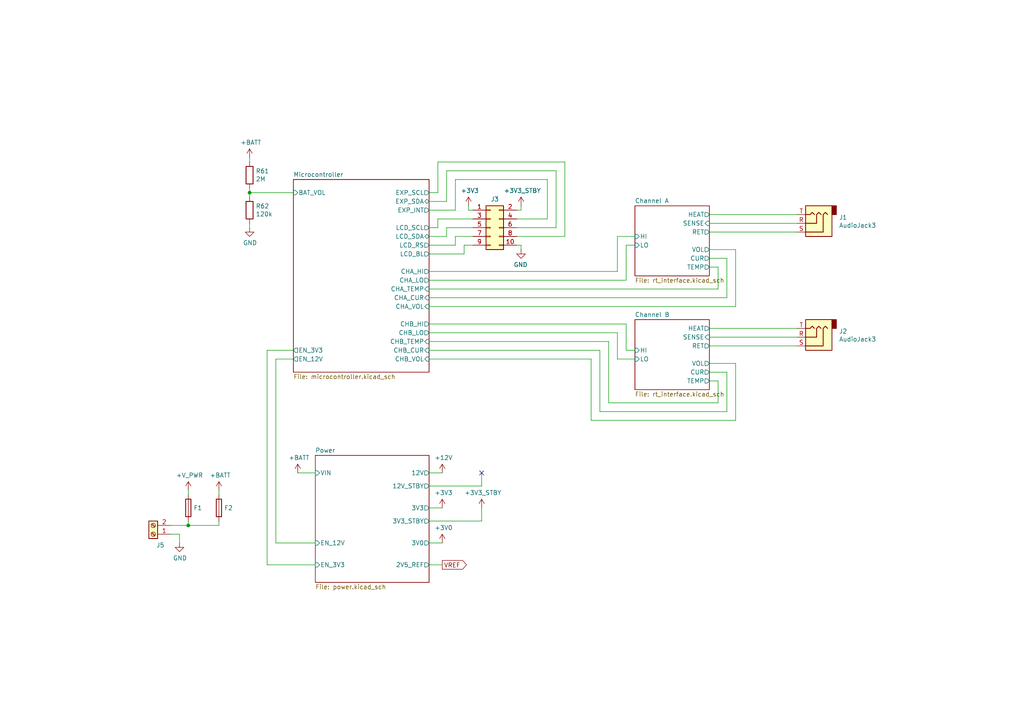
<source format=kicad_sch>
(kicad_sch (version 20211123) (generator eeschema)
  (paper "A4")
  (lib_symbols
    (symbol "Connector:AudioJack3"
      (property "Reference" "J" (at 0 8.89 0))
      (property "Value" "AudioJack3" (at 0 6.35 0))
      (symbol "AudioJack3_0_1"
        (rectangle (start -5.08 -5.08) (end -6.35 -2.54) (stroke (width 0.254)) (fill (type outline)))
        (polyline (pts (xy 0 -2.54) (xy 0.635 -3.175) (xy 1.27 -2.54) (xy 2.54 -2.54)) (stroke (width 0.254)))
        (polyline (pts (xy -1.905 -2.54) (xy -1.27 -3.175) (xy -0.635 -2.54) (xy -0.635 0) (xy 2.54 0)) (stroke (width 0.254)))
        (polyline (pts (xy 2.54 2.54) (xy -2.54 2.54) (xy -2.54 -2.54) (xy -3.175 -3.175) (xy -3.81 -2.54)) (stroke (width 0.254)))
        (rectangle (start 2.54 3.81) (end -5.08 -5.08) (stroke (width 0.254)) (fill (type background)))
      )
      (symbol "AudioJack3_1_1"
        (pin passive line (at 5.08 0 180) (length 2.54) (name "~") (number "R"))
        (pin passive line (at 5.08 2.54 180) (length 2.54) (name "~") (number "S"))
        (pin passive line (at 5.08 -2.54 180) (length 2.54) (name "~") (number "T"))
      )
    )
    (symbol "Connector:Screw_Terminal_01x02" (pin_names (offset 1.016) hide)
      (property "Reference" "J" (at 0 2.54 0))
      (property "Value" "Screw_Terminal_01x02" (at 0 -5.08 0))
      (symbol "Screw_Terminal_01x02_1_1"
        (rectangle (start -1.27 1.27) (end 1.27 -3.81) (stroke (width 0.254)) (fill (type background)))
        (circle (center 0 -2.54) (radius 0.635) (stroke (width 0.1524)))
        (polyline (pts (xy -0.5334 -2.2098) (xy 0.3302 -3.048)) (stroke (width 0.1524)))
        (polyline (pts (xy -0.5334 0.3302) (xy 0.3302 -0.508)) (stroke (width 0.1524)))
        (polyline (pts (xy -0.3556 -2.032) (xy 0.508 -2.8702)) (stroke (width 0.1524)))
        (polyline (pts (xy -0.3556 0.508) (xy 0.508 -0.3302)) (stroke (width 0.1524)))
        (circle (center 0 0) (radius 0.635) (stroke (width 0.1524)))
        (pin passive line (at -5.08 0 0) (length 3.81) (name "Pin_1") (number "1"))
        (pin passive line (at -5.08 -2.54 0) (length 3.81) (name "Pin_2") (number "2"))
      )
    )
    (symbol "Connector_Generic:Conn_02x05_Odd_Even" (pin_names (offset 1.016) hide)
      (property "Reference" "J" (at 1.27 7.62 0))
      (property "Value" "Conn_02x05_Odd_Even" (at 1.27 -7.62 0))
      (symbol "Conn_02x05_Odd_Even_1_1"
        (rectangle (start -1.27 -4.953) (end 0 -5.207) (stroke (width 0.1524)))
        (rectangle (start -1.27 -2.413) (end 0 -2.667) (stroke (width 0.1524)))
        (rectangle (start -1.27 0.127) (end 0 -0.127) (stroke (width 0.1524)))
        (rectangle (start -1.27 2.667) (end 0 2.413) (stroke (width 0.1524)))
        (rectangle (start -1.27 5.207) (end 0 4.953) (stroke (width 0.1524)))
        (rectangle (start -1.27 6.35) (end 3.81 -6.35) (stroke (width 0.254)) (fill (type background)))
        (rectangle (start 3.81 -4.953) (end 2.54 -5.207) (stroke (width 0.1524)))
        (rectangle (start 3.81 -2.413) (end 2.54 -2.667) (stroke (width 0.1524)))
        (rectangle (start 3.81 0.127) (end 2.54 -0.127) (stroke (width 0.1524)))
        (rectangle (start 3.81 2.667) (end 2.54 2.413) (stroke (width 0.1524)))
        (rectangle (start 3.81 5.207) (end 2.54 4.953) (stroke (width 0.1524)))
        (pin passive line (at -5.08 5.08 0) (length 3.81) (name "Pin_1") (number "1"))
        (pin passive line (at 7.62 -5.08 180) (length 3.81) (name "Pin_10") (number "10"))
        (pin passive line (at 7.62 5.08 180) (length 3.81) (name "Pin_2") (number "2"))
        (pin passive line (at -5.08 2.54 0) (length 3.81) (name "Pin_3") (number "3"))
        (pin passive line (at 7.62 2.54 180) (length 3.81) (name "Pin_4") (number "4"))
        (pin passive line (at -5.08 0 0) (length 3.81) (name "Pin_5") (number "5"))
        (pin passive line (at 7.62 0 180) (length 3.81) (name "Pin_6") (number "6"))
        (pin passive line (at -5.08 -2.54 0) (length 3.81) (name "Pin_7") (number "7"))
        (pin passive line (at 7.62 -2.54 180) (length 3.81) (name "Pin_8") (number "8"))
        (pin passive line (at -5.08 -5.08 0) (length 3.81) (name "Pin_9") (number "9"))
      )
    )
    (symbol "Device:Fuse" (pin_numbers hide) (pin_names (offset 0))
      (property "Reference" "F" (at 2.032 0 90))
      (property "Value" "Fuse" (at -1.905 0 90))
      (symbol "Fuse_0_1"
        (rectangle (start -0.762 -2.54) (end 0.762 2.54) (stroke (width 0.254)))
        (polyline (pts (xy 0 2.54) (xy 0 -2.54)))
      )
      (symbol "Fuse_1_1"
        (pin passive line (at 0 3.81 270) (length 1.27) (name "~") (number "1"))
        (pin passive line (at 0 -3.81 90) (length 1.27) (name "~") (number "2"))
      )
    )
    (symbol "Device:R" (pin_numbers hide) (pin_names (offset 0))
      (property "Reference" "R" (at 2.032 0 90))
      (property "Value" "R" (at 0 0 90))
      (symbol "R_0_1"
        (rectangle (start -1.016 -2.54) (end 1.016 2.54) (stroke (width 0.254)))
      )
      (symbol "R_1_1"
        (pin passive line (at 0 3.81 270) (length 1.27) (name "~") (number "1"))
        (pin passive line (at 0 -3.81 90) (length 1.27) (name "~") (number "2"))
      )
    )
    (symbol "Station:+3V3_STBY" (power) (pin_names (offset 0))
      (property "Value" "+3V3_STBY" (at 0 3.556 0))
      (symbol "+3V3_STBY_0_1"
        (polyline (pts (xy -0.762 1.27) (xy 0 2.54)))
        (polyline (pts (xy 0 0) (xy 0 2.54)))
        (polyline (pts (xy 0 2.54) (xy 0.762 1.27)))
      )
      (symbol "+3V3_STBY_1_1"
        (pin power_in line (at 0 0 90) (length 0) hide (name "+3V3_STBY") (number "1"))
      )
    )
    (symbol "Station:+V_PWR" (power) (pin_names (offset 0))
      (property "Value" "+V_PWR" (at 0 3.556 0))
      (symbol "+V_PWR_0_1"
        (polyline (pts (xy -0.762 1.27) (xy 0 2.54)))
        (polyline (pts (xy 0 0) (xy 0 2.54)))
        (polyline (pts (xy 0 2.54) (xy 0.762 1.27)))
      )
      (symbol "+V_PWR_1_1"
        (pin power_in line (at 0 0 90) (length 0) hide (name "+V_PWR") (number "1"))
      )
    )
    (symbol "power:+12V" (power) (pin_names (offset 0))
      (property "Value" "+12V" (at 0 3.556 0))
      (symbol "+12V_0_1"
        (polyline (pts (xy -0.762 1.27) (xy 0 2.54)))
        (polyline (pts (xy 0 0) (xy 0 2.54)))
        (polyline (pts (xy 0 2.54) (xy 0.762 1.27)))
      )
      (symbol "+12V_1_1"
        (pin power_in line (at 0 0 90) (length 0) hide (name "+12V") (number "1"))
      )
    )
    (symbol "power:+3V0" (power) (pin_names (offset 0))
      (property "Value" "+3V0" (at 0 3.556 0))
      (symbol "+3V0_0_1"
        (polyline (pts (xy -0.762 1.27) (xy 0 2.54)))
        (polyline (pts (xy 0 0) (xy 0 2.54)))
        (polyline (pts (xy 0 2.54) (xy 0.762 1.27)))
      )
      (symbol "+3V0_1_1"
        (pin power_in line (at 0 0 90) (length 0) hide (name "+3V0") (number "1"))
      )
    )
    (symbol "power:+3V3" (power) (pin_names (offset 0))
      (property "Value" "+3V3" (at 0 3.556 0))
      (symbol "+3V3_0_1"
        (polyline (pts (xy -0.762 1.27) (xy 0 2.54)))
        (polyline (pts (xy 0 0) (xy 0 2.54)))
        (polyline (pts (xy 0 2.54) (xy 0.762 1.27)))
      )
      (symbol "+3V3_1_1"
        (pin power_in line (at 0 0 90) (length 0) hide (name "+3V3") (number "1"))
      )
    )
    (symbol "power:+BATT" (power) (pin_names (offset 0))
      (property "Value" "+BATT" (at 0 3.556 0))
      (symbol "+BATT_0_1"
        (polyline (pts (xy -0.762 1.27) (xy 0 2.54)))
        (polyline (pts (xy 0 0) (xy 0 2.54)))
        (polyline (pts (xy 0 2.54) (xy 0.762 1.27)))
      )
      (symbol "+BATT_1_1"
        (pin power_in line (at 0 0 90) (length 0) hide (name "+BATT") (number "1"))
      )
    )
    (symbol "power:GND" (power) (pin_names (offset 0))
      (property "Value" "GND" (at 0 -3.81 0))
      (symbol "GND_0_1"
        (polyline (pts (xy 0 0) (xy 0 -1.27) (xy 1.27 -1.27) (xy 0 -2.54) (xy -1.27 -1.27) (xy 0 -1.27)))
      )
      (symbol "GND_1_1"
        (pin power_in line (at 0 0 270) (length 0) hide (name "GND") (number "1"))
      )
    )
  )
  (junction (at 72.39 55.88))
  (junction (at 54.61 152.4))
  (no_connect (at 139.7 137.16))
  (wire (pts (xy 149.86 66.04) (xy 161.29 66.04)))
  (wire (pts (xy 127 46.99) (xy 163.83 46.99)))
  (wire (pts (xy 134.62 73.66) (xy 124.46 73.66)))
  (wire (pts (xy 132.08 68.58) (xy 137.16 68.58)))
  (wire (pts (xy 124.46 101.6) (xy 173.99 101.6)))
  (wire (pts (xy 179.07 68.58) (xy 184.15 68.58)))
  (wire (pts (xy 129.54 66.04) (xy 129.54 68.58)))
  (wire (pts (xy 151.13 71.12) (xy 151.13 72.39)))
  (wire (pts (xy 176.53 116.84) (xy 208.28 116.84)))
  (wire (pts (xy 85.09 104.14) (xy 80.01 104.14)))
  (wire (pts (xy 124.46 140.97) (xy 139.7 140.97)))
  (wire (pts (xy 149.86 71.12) (xy 151.13 71.12)))
  (wire (pts (xy 213.36 121.92) (xy 171.45 121.92)))
  (wire (pts (xy 77.47 163.83) (xy 91.44 163.83)))
  (wire (pts (xy 124.46 78.74) (xy 179.07 78.74)))
  (wire (pts (xy 127 63.5) (xy 127 66.04)))
  (wire (pts (xy 85.09 101.6) (xy 77.47 101.6)))
  (wire (pts (xy 72.39 55.88) (xy 72.39 57.15)))
  (wire (pts (xy 52.07 154.94) (xy 52.07 157.48)))
  (wire (pts (xy 205.74 97.79) (xy 231.14 97.79)))
  (wire (pts (xy 163.83 68.58) (xy 149.86 68.58)))
  (wire (pts (xy 124.46 55.88) (xy 127 55.88)))
  (wire (pts (xy 205.74 100.33) (xy 231.14 100.33)))
  (wire (pts (xy 132.08 71.12) (xy 132.08 68.58)))
  (wire (pts (xy 173.99 119.38) (xy 210.82 119.38)))
  (wire (pts (xy 213.36 88.9) (xy 213.36 72.39)))
  (wire (pts (xy 205.74 67.31) (xy 231.14 67.31)))
  (wire (pts (xy 181.61 81.28) (xy 181.61 71.12)))
  (wire (pts (xy 210.82 74.93) (xy 210.82 86.36)))
  (wire (pts (xy 124.46 99.06) (xy 176.53 99.06)))
  (wire (pts (xy 54.61 142.24) (xy 54.61 143.51)))
  (wire (pts (xy 135.89 60.96) (xy 135.89 59.69)))
  (wire (pts (xy 54.61 152.4) (xy 63.5 152.4)))
  (wire (pts (xy 49.53 154.94) (xy 52.07 154.94)))
  (wire (pts (xy 63.5 152.4) (xy 63.5 151.13)))
  (wire (pts (xy 181.61 71.12) (xy 184.15 71.12)))
  (wire (pts (xy 129.54 49.53) (xy 161.29 49.53)))
  (wire (pts (xy 124.46 60.96) (xy 132.08 60.96)))
  (wire (pts (xy 208.28 110.49) (xy 205.74 110.49)))
  (wire (pts (xy 163.83 46.99) (xy 163.83 68.58)))
  (wire (pts (xy 149.86 60.96) (xy 151.13 60.96)))
  (wire (pts (xy 137.16 66.04) (xy 129.54 66.04)))
  (wire (pts (xy 129.54 68.58) (xy 124.46 68.58)))
  (wire (pts (xy 205.74 105.41) (xy 213.36 105.41)))
  (wire (pts (xy 139.7 151.13) (xy 139.7 147.32)))
  (wire (pts (xy 49.53 152.4) (xy 54.61 152.4)))
  (wire (pts (xy 171.45 121.92) (xy 171.45 104.14)))
  (wire (pts (xy 80.01 157.48) (xy 91.44 157.48)))
  (wire (pts (xy 124.46 147.32) (xy 128.27 147.32)))
  (wire (pts (xy 63.5 142.24) (xy 63.5 143.51)))
  (wire (pts (xy 72.39 54.61) (xy 72.39 55.88)))
  (wire (pts (xy 137.16 60.96) (xy 135.89 60.96)))
  (wire (pts (xy 124.46 71.12) (xy 132.08 71.12)))
  (wire (pts (xy 124.46 96.52) (xy 179.07 96.52)))
  (wire (pts (xy 124.46 93.98) (xy 181.61 93.98)))
  (wire (pts (xy 205.74 74.93) (xy 210.82 74.93)))
  (wire (pts (xy 124.46 83.82) (xy 208.28 83.82)))
  (wire (pts (xy 213.36 105.41) (xy 213.36 121.92)))
  (wire (pts (xy 179.07 68.58) (xy 179.07 78.74)))
  (wire (pts (xy 171.45 104.14) (xy 124.46 104.14)))
  (wire (pts (xy 151.13 60.96) (xy 151.13 59.69)))
  (wire (pts (xy 179.07 104.14) (xy 184.15 104.14)))
  (wire (pts (xy 137.16 63.5) (xy 127 63.5)))
  (wire (pts (xy 205.74 64.77) (xy 231.14 64.77)))
  (wire (pts (xy 205.74 95.25) (xy 231.14 95.25)))
  (wire (pts (xy 80.01 104.14) (xy 80.01 157.48)))
  (wire (pts (xy 208.28 77.47) (xy 205.74 77.47)))
  (wire (pts (xy 158.75 52.07) (xy 158.75 63.5)))
  (wire (pts (xy 124.46 88.9) (xy 213.36 88.9)))
  (wire (pts (xy 213.36 72.39) (xy 205.74 72.39)))
  (wire (pts (xy 124.46 151.13) (xy 139.7 151.13)))
  (wire (pts (xy 124.46 81.28) (xy 181.61 81.28)))
  (wire (pts (xy 124.46 137.16) (xy 128.27 137.16)))
  (wire (pts (xy 132.08 52.07) (xy 158.75 52.07)))
  (wire (pts (xy 77.47 101.6) (xy 77.47 163.83)))
  (wire (pts (xy 134.62 71.12) (xy 134.62 73.66)))
  (wire (pts (xy 124.46 58.42) (xy 129.54 58.42)))
  (wire (pts (xy 137.16 71.12) (xy 134.62 71.12)))
  (wire (pts (xy 124.46 86.36) (xy 210.82 86.36)))
  (wire (pts (xy 205.74 62.23) (xy 231.14 62.23)))
  (wire (pts (xy 208.28 116.84) (xy 208.28 110.49)))
  (wire (pts (xy 72.39 64.77) (xy 72.39 66.04)))
  (wire (pts (xy 173.99 101.6) (xy 173.99 119.38)))
  (wire (pts (xy 132.08 60.96) (xy 132.08 52.07)))
  (wire (pts (xy 210.82 119.38) (xy 210.82 107.95)))
  (wire (pts (xy 86.36 137.16) (xy 91.44 137.16)))
  (wire (pts (xy 210.82 107.95) (xy 205.74 107.95)))
  (wire (pts (xy 124.46 157.48) (xy 128.27 157.48)))
  (wire (pts (xy 139.7 140.97) (xy 139.7 137.16)))
  (wire (pts (xy 161.29 49.53) (xy 161.29 66.04)))
  (wire (pts (xy 208.28 83.82) (xy 208.28 77.47)))
  (wire (pts (xy 158.75 63.5) (xy 149.86 63.5)))
  (wire (pts (xy 176.53 99.06) (xy 176.53 116.84)))
  (wire (pts (xy 72.39 55.88) (xy 85.09 55.88)))
  (wire (pts (xy 54.61 152.4) (xy 54.61 151.13)))
  (wire (pts (xy 181.61 93.98) (xy 181.61 101.6)))
  (wire (pts (xy 72.39 45.72) (xy 72.39 46.99)))
  (wire (pts (xy 124.46 163.83) (xy 128.27 163.83)))
  (wire (pts (xy 129.54 58.42) (xy 129.54 49.53)))
  (wire (pts (xy 179.07 96.52) (xy 179.07 104.14)))
  (wire (pts (xy 127 55.88) (xy 127 46.99)))
  (wire (pts (xy 127 66.04) (xy 124.46 66.04)))
  (wire (pts (xy 181.61 101.6) (xy 184.15 101.6)))
  (global_label "VREF" (shape output) (at 128.27 163.83 0) (property "Intersheet References" "${INTERSHEET_REFS}" (effects hide)))
  (symbol (lib_id "Connector:AudioJack3") (at 236.22 64.77 180) (unit 1)
    (property "Reference" "J1" (at 243.332 63.0682 0) (effects (justify right)))
    (property "Value" "AudioJack3" (at 243.332 65.3796 0) (effects (justify right)))
    (property "Footprint" "station:Jack_3.5mm_Adam_Tech_ASJ-125-3" (effects hide))
    (property "Datasheet" "https://app.adam-tech.com/products/download/data_sheet/203685/asj-125-3-data-sheet.pdf" (effects hide))
    (property "Manufacturer" "Adam Tech" (effects hide))
    (property "Part Number" "ASJ-125-3" (effects hide))
  )
  (symbol (lib_id "Connector:AudioJack3") (at 236.22 97.79 180) (unit 1)
    (property "Reference" "J2" (at 243.332 96.0882 0) (effects (justify right)))
    (property "Value" "AudioJack3" (at 243.332 98.3996 0) (effects (justify right)))
    (property "Footprint" "station:Jack_3.5mm_Adam_Tech_ASJ-125-3" (effects hide))
    (property "Datasheet" "https://app.adam-tech.com/products/download/data_sheet/203685/asj-125-3-data-sheet.pdf" (effects hide))
    (property "Manufacturer" "Adam Tech" (effects hide))
    (property "Part Number" "ASJ-125-3" (effects hide))
  )
  (symbol (lib_id "power:+12V") (at 128.27 137.16 0) (unit 1)
    (property "Reference" "#PWR02" (effects hide))
    (property "Value" "+12V" (at 128.651 132.7658 0))
  )
  (symbol (lib_id "power:+3V3") (at 128.27 147.32 0) (unit 1)
    (property "Reference" "#PWR03" (effects hide))
    (property "Value" "+3V3" (at 128.651 142.9258 0))
  )
  (symbol (lib_id "power:+3V0") (at 128.27 157.48 0) (unit 1)
    (property "Reference" "#PWR04" (effects hide))
    (property "Value" "+3V0" (at 128.651 153.0858 0))
  )
  (symbol (lib_id "power:+BATT") (at 86.36 137.16 0) (unit 1)
    (property "Reference" "#PWR01" (effects hide))
    (property "Value" "+BATT" (at 86.741 132.7658 0))
  )
  (symbol (lib_id "Connector_Generic:Conn_02x05_Odd_Even") (at 142.24 66.04 0) (unit 1)
    (property "Reference" "J3" (at 143.51 57.785 0))
    (property "Value" "Conn_02x05_Odd_Even" (effects hide))
    (property "Footprint" "station:PinHeader_2x05_P2.54mm_BoardEdge" (effects hide))
    (property "Datasheet" "https://cdn.amphenol-icc.com/media/wysiwyg/files/drawing/10129382.pdf" (effects hide))
    (property "Manufacturer" "Amphenol" (effects hide))
    (property "Part Number" "10129382-910002BLF" (effects hide))
  )
  (symbol (lib_id "power:GND") (at 151.13 72.39 0) (mirror y) (unit 1)
    (property "Reference" "#PWR036" (effects hide))
    (property "Value" "GND" (at 151.003 76.7842 0))
  )
  (symbol (lib_id "power:+3V3") (at 135.89 59.69 0) (unit 1)
    (property "Reference" "#PWR034" (effects hide))
    (property "Value" "+3V3" (at 136.271 55.2958 0))
  )
  (symbol (lib_id "Station:+3V3_STBY") (at 139.7 147.32 0) (unit 1)
    (property "Reference" "#PWR037" (effects hide))
    (property "Value" "+3V3_STBY" (at 140.081 142.9258 0))
  )
  (symbol (lib_id "Station:+3V3_STBY") (at 151.13 59.69 0) (unit 1)
    (property "Reference" "#PWR035" (effects hide))
    (property "Value" "+3V3_STBY" (at 151.511 55.2958 0))
  )
  (symbol (lib_id "Device:R") (at 72.39 50.8 0) (unit 1)
    (property "Reference" "R61" (at 74.168 49.6316 0) (effects (justify left)))
    (property "Value" "2M" (at 74.168 51.943 0) (effects (justify left)))
    (property "Footprint" "Resistor_SMD:R_0603_1608Metric" (effects hide))
    (property "Datasheet" "https://industrial.panasonic.com/cdbs/www-data/pdf/RDA0000/AOA0000C304.pdf" (effects hide))
    (property "Manufacturer" "Panasonic" (effects hide))
    (property "Part Number" "ERJ-3EKF2004V" (effects hide))
    (property "Tolerance" "1%" (effects hide))
  )
  (symbol (lib_id "Device:R") (at 72.39 60.96 0) (unit 1)
    (property "Reference" "R62" (at 74.168 59.7916 0) (effects (justify left)))
    (property "Value" "120k" (at 74.168 62.103 0) (effects (justify left)))
    (property "Footprint" "Resistor_SMD:R_0603_1608Metric" (effects hide))
    (property "Datasheet" "https://www.seielect.com/catalog/sei-packaging.pdf" (effects hide))
    (property "Manufacturer" "Stackpole Electronics Inc" (effects hide))
    (property "Part Number" "RMCF0603FT120K" (effects hide))
    (property "Tolerance" "1%" (effects hide))
  )
  (symbol (lib_id "power:GND") (at 72.39 66.04 0) (unit 1)
    (property "Reference" "#PWR047" (effects hide))
    (property "Value" "GND" (at 72.517 70.4342 0))
  )
  (symbol (lib_id "power:+BATT") (at 72.39 45.72 0) (unit 1)
    (property "Reference" "#PWR040" (effects hide))
    (property "Value" "+BATT" (at 72.771 41.3258 0))
  )
  (symbol (lib_id "Connector:Screw_Terminal_01x02") (at 44.45 154.94 180) (unit 1)
    (property "Reference" "J5" (at 46.5328 158.115 0))
    (property "Value" "Screw_Terminal_01x02" (effects hide))
    (property "Footprint" "TerminalBlock:TerminalBlock_bornier-2_P5.08mm" (effects hide))
    (property "Datasheet" "https://www.cuidevices.com/product/resource/digikeypdf/tb004-508.pdf" (effects hide))
    (property "Manufacturer" "CUI Devices" (effects hide))
    (property "Part Number" "TB004-508-02BE" (effects hide))
  )
  (symbol (lib_id "Station:+V_PWR") (at 54.61 142.24 0) (unit 1)
    (property "Reference" "#PWR029" (effects hide))
    (property "Value" "+V_PWR" (at 54.991 137.8458 0))
  )
  (symbol (lib_id "power:+BATT") (at 63.5 142.24 0) (unit 1)
    (property "Reference" "#PWR049" (effects hide))
    (property "Value" "+BATT" (at 63.881 137.8458 0))
  )
  (symbol (lib_id "power:GND") (at 52.07 157.48 0) (unit 1)
    (property "Reference" "#PWR013" (effects hide))
    (property "Value" "GND" (at 52.197 161.8742 0))
  )
  (symbol (lib_id "Device:Fuse") (at 54.61 147.32 0) (unit 1)
    (property "Reference" "F1" (at 56.134 147.32 0) (effects (justify left)))
    (property "Value" "Fuse" (effects hide))
    (property "Footprint" "station:Fuse_2410" (effects hide))
    (property "Datasheet" "https://www.eaton.com/content/dam/eaton/products/electronic-components/resources/data-sheet/eaton-cb61f-surface-mount-brick-fuses-data-sheet.pdf" (effects hide))
    (property "Manufacturer" "Eaton" (effects hide))
    (property "Part Number" "CB61F15A-TR2" (effects hide))
  )
  (symbol (lib_id "Device:Fuse") (at 63.5 147.32 0) (unit 1)
    (property "Reference" "F2" (at 65.024 147.32 0) (effects (justify left)))
    (property "Value" "Fuse" (effects hide))
    (property "Footprint" "Fuse:Fuse_1206_3216Metric" (effects hide))
    (property "Datasheet" "https://belfuse.com/resources/datasheets/circuitprotection/ds-cp-c1f-series.pdf" (effects hide))
    (property "Manufacturer" "Bel Fuse Inc" (effects hide))
    (property "Part Number" "C1F 375" (effects hide))
  )
  (sheet (at 184.15 59.69) (size 21.59 20.32)
    (property "Sheet name" "Channel A" (at 184.15 58.9784 0) (effects (justify left bottom)))
    (property "Sheet file" "rt_interface.kicad_sch" (at 184.15 80.5946 0) (effects (justify left top)))
    (pin "HEAT" output (at 205.74 62.23 0))
    (pin "SENSE" input (at 205.74 64.77 0))
    (pin "RET" output (at 205.74 67.31 0))
    (pin "CUR" output (at 205.74 74.93 0))
    (pin "TEMP" output (at 205.74 77.47 0))
    (pin "VOL" output (at 205.74 72.39 0))
    (pin "HI" input (at 184.15 68.58 180))
    (pin "LO" input (at 184.15 71.12 180))
  )
  (sheet (at 91.44 132.08) (size 33.02 36.83)
    (property "Sheet name" "Power" (at 91.44 131.3684 0) (effects (justify left bottom)))
    (property "Sheet file" "power.kicad_sch" (at 91.44 169.4946 0) (effects (justify left top)))
    (pin "EN_12V" input (at 91.44 157.48 180))
    (pin "EN_3V3" input (at 91.44 163.83 180))
    (pin "VIN" input (at 91.44 137.16 180))
    (pin "12V" output (at 124.46 137.16 0))
    (pin "3V3" output (at 124.46 147.32 0))
    (pin "12V_STBY" output (at 124.46 140.97 0))
    (pin "3V3_STBY" output (at 124.46 151.13 0))
    (pin "3V0" output (at 124.46 157.48 0))
    (pin "2V5_REF" output (at 124.46 163.83 0))
  )
  (sheet (at 85.09 52.07) (size 39.37 55.88)
    (property "Sheet name" "Microcontroller" (at 85.09 51.3584 0) (effects (justify left bottom)))
    (property "Sheet file" "microcontroller.kicad_sch" (at 85.09 108.5346 0) (effects (justify left top)))
    (pin "EXP_SCL" output (at 124.46 55.88 0))
    (pin "EXP_SDA" bidirectional (at 124.46 58.42 0))
    (pin "EXP_INT" output (at 124.46 60.96 0))
    (pin "LCD_SCL" output (at 124.46 66.04 0))
    (pin "LCD_SDA" bidirectional (at 124.46 68.58 0))
    (pin "LCD_BL" output (at 124.46 73.66 0))
    (pin "LCD_RS" output (at 124.46 71.12 0))
    (pin "CHA_HI" output (at 124.46 78.74 0))
    (pin "CHA_LO" output (at 124.46 81.28 0))
    (pin "CHA_VOL" input (at 124.46 88.9 0))
    (pin "CHA_CUR" input (at 124.46 86.36 0))
    (pin "CHA_TEMP" input (at 124.46 83.82 0))
    (pin "CHB_HI" output (at 124.46 93.98 0))
    (pin "CHB_LO" output (at 124.46 96.52 0))
    (pin "CHB_VOL" input (at 124.46 104.14 0))
    (pin "CHB_CUR" input (at 124.46 101.6 0))
    (pin "CHB_TEMP" input (at 124.46 99.06 0))
    (pin "BAT_VOL" input (at 85.09 55.88 180))
    (pin "EN_12V" output (at 85.09 104.14 180))
    (pin "EN_3V3" output (at 85.09 101.6 180))
  )
  (sheet (at 184.15 92.71) (size 21.59 20.32)
    (property "Sheet name" "Channel B" (at 184.15 91.9984 0) (effects (justify left bottom)))
    (property "Sheet file" "rt_interface.kicad_sch" (at 184.15 113.6146 0) (effects (justify left top)))
    (pin "HEAT" output (at 205.74 95.25 0))
    (pin "SENSE" input (at 205.74 97.79 0))
    (pin "RET" output (at 205.74 100.33 0))
    (pin "CUR" output (at 205.74 107.95 0))
    (pin "TEMP" output (at 205.74 110.49 0))
    (pin "VOL" output (at 205.74 105.41 0))
    (pin "HI" input (at 184.15 101.6 180))
    (pin "LO" input (at 184.15 104.14 180))
  )
)
</source>
